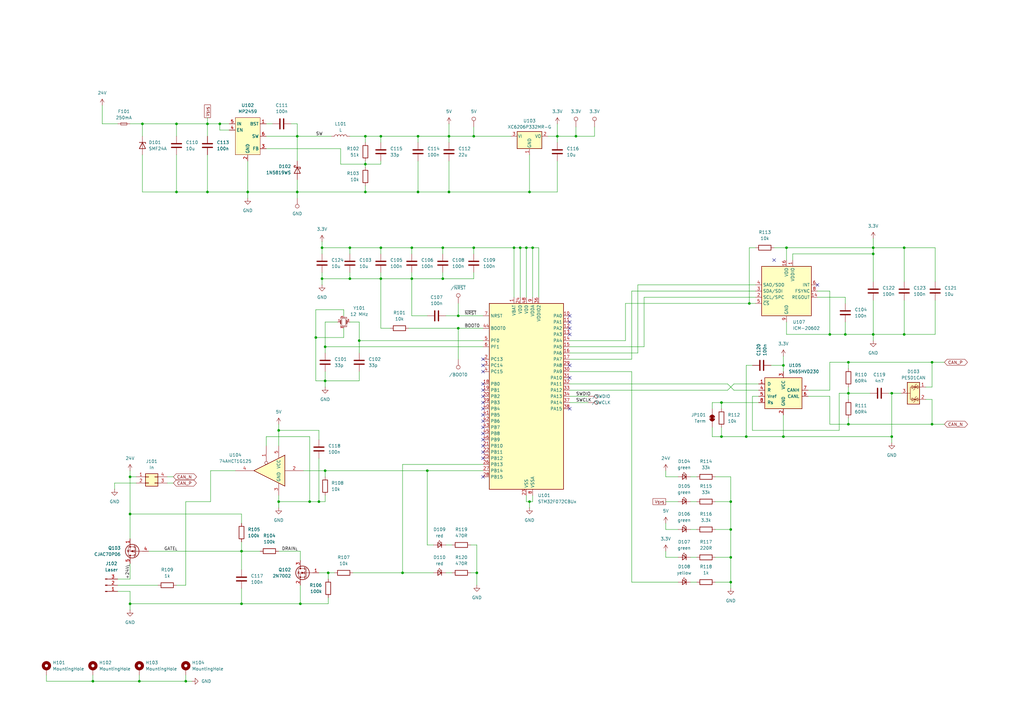
<source format=kicad_sch>
(kicad_sch (version 20250114) (generator "eeschema") (generator_version "9.0")
  (paper "A3")
  (title_block (title "CANbus Laser Toolhead PCB") (date "2025-11-26") (rev "rev. 1") (company "Eduard Iten"))
  (junction (at 187.96 129.54))
  (junction (at 306.07 179.07))
  (junction (at 358.14 101.6))
  (junction (at 171.45 55.88))
  (junction (at 127 205.74))
  (junction (at 149.86 78.74))
  (junction (at 121.92 78.74))
  (junction (at 90.17 50.8))
  (junction (at 168.91 101.6))
  (junction (at 217.17 205.74))
  (junction (at 53.34 247.65))
  (junction (at 340.36 137.16))
  (junction (at 99.06 247.65))
  (junction (at 133.35 142.24))
  (junction (at 123.19 247.65))
  (junction (at 215.9 101.6))
  (junction (at 365.76 179.07))
  (junction (at 133.35 193.04))
  (junction (at 236.22 55.88))
  (junction (at 147.32 139.7))
  (junction (at 76.2 279.4))
  (junction (at 72.39 50.8))
  (junction (at 347.98 173.99))
  (junction (at 132.08 114.3))
  (junction (at 133.35 156.21))
  (junction (at 130.81 205.74))
  (junction (at 121.92 55.88))
  (junction (at 321.31 179.07))
  (junction (at 156.21 114.3))
  (junction (at 85.09 50.8))
  (junction (at 382.27 148.59))
  (junction (at 299.72 228.6))
  (junction (at 217.17 78.74))
  (junction (at 358.14 104.14))
  (junction (at 53.34 195.58))
  (junction (at 171.45 78.74))
  (junction (at 99.06 226.06))
  (junction (at 307.34 124.46))
  (junction (at 114.3 205.74))
  (junction (at 181.61 114.3))
  (junction (at 370.84 137.16))
  (junction (at 175.26 193.04))
  (junction (at 149.86 55.88))
  (junction (at 194.31 55.88))
  (junction (at 143.51 114.3))
  (junction (at 322.58 101.6))
  (junction (at 181.61 101.6))
  (junction (at 347.98 161.29))
  (junction (at 370.84 101.6))
  (junction (at 295.91 179.07))
  (junction (at 358.14 137.16))
  (junction (at 156.21 55.88))
  (junction (at 218.44 101.6))
  (junction (at 58.42 50.8))
  (junction (at 132.08 101.6))
  (junction (at 101.6 78.74))
  (junction (at 134.62 234.95))
  (junction (at 346.71 137.16))
  (junction (at 321.31 149.86))
  (junction (at 165.1 234.95))
  (junction (at 72.39 78.74))
  (junction (at 382.27 173.99))
  (junction (at 295.91 165.1))
  (junction (at 53.34 210.82))
  (junction (at 195.58 234.95))
  (junction (at 213.36 101.6))
  (junction (at 156.21 101.6))
  (junction (at 38.1 279.4))
  (junction (at 228.6 55.88))
  (junction (at 143.51 101.6))
  (junction (at 365.76 161.29))
  (junction (at 299.72 217.17))
  (junction (at 210.82 101.6))
  (junction (at 347.98 148.59))
  (junction (at 114.3 176.53))
  (junction (at 149.86 67.31))
  (junction (at 194.31 101.6))
  (junction (at 299.72 238.76))
  (junction (at 184.15 55.88))
  (junction (at 85.09 78.74))
  (junction (at 57.15 279.4))
  (junction (at 129.54 138.43))
  (junction (at 187.96 134.62))
  (junction (at 299.72 205.74))
  (junction (at 168.91 114.3))
  (junction (at 184.15 78.74))
  (no_connect (at 233.68 167.64))
  (no_connect (at 198.12 165.1))
  (no_connect (at 198.12 195.58))
  (no_connect (at 233.68 154.94))
  (no_connect (at 198.12 162.56))
  (no_connect (at 198.12 157.48))
  (no_connect (at 233.68 137.16))
  (no_connect (at 198.12 172.72))
  (no_connect (at 233.68 129.54))
  (no_connect (at 198.12 152.4))
  (no_connect (at 317.5 106.68))
  (no_connect (at 233.68 134.62))
  (no_connect (at 198.12 187.96))
  (no_connect (at 198.12 175.26))
  (no_connect (at 198.12 185.42))
  (no_connect (at 233.68 149.86))
  (no_connect (at 335.28 116.84))
  (no_connect (at 198.12 160.02))
  (no_connect (at 198.12 147.32))
  (no_connect (at 198.12 149.86))
  (no_connect (at 233.68 132.08))
  (no_connect (at 198.12 182.88))
  (no_connect (at 198.12 177.8))
  (no_connect (at 198.12 180.34))
  (no_connect (at 198.12 167.64))
  (no_connect (at 198.12 170.18))
  (wire (pts (xy 293.37 205.74) (xy 299.72 205.74)))
  (wire (pts (xy 295.91 175.26) (xy 295.91 179.07)))
  (wire (pts (xy 57.15 279.4) (xy 38.1 279.4)))
  (wire (pts (xy 308.61 149.86) (xy 306.07 149.86)))
  (wire (pts (xy 299.72 228.6) (xy 299.72 238.76)))
  (wire (pts (xy 217.17 205.74) (xy 218.44 205.74)))
  (wire (pts (xy 283.21 228.6) (xy 285.75 228.6)))
  (wire (pts (xy 109.22 182.88) (xy 109.22 179.07)))
  (wire (pts (xy 340.36 119.38) (xy 340.36 137.16)))
  (wire (pts (xy 147.32 156.21) (xy 147.32 152.4)))
  (wire (pts (xy 215.9 121.92) (xy 215.9 101.6)))
  (wire (pts (xy 307.34 124.46) (xy 307.34 101.6)))
  (wire (pts (xy 233.68 147.32) (xy 259.08 147.32)))
  (wire (pts (xy 121.92 55.88) (xy 121.92 50.8)))
  (wire (pts (xy 149.86 78.74) (xy 171.45 78.74)))
  (wire (pts (xy 358.14 137.16) (xy 358.14 139.7)))
  (wire (pts (xy 121.92 55.88) (xy 135.89 55.88)))
  (wire (pts (xy 48.26 237.49) (xy 53.34 237.49)))
  (wire (pts (xy 168.91 111.76) (xy 168.91 114.3)))
  (wire (pts (xy 133.35 142.24) (xy 133.35 144.78)))
  (wire (pts (xy 283.21 205.74) (xy 285.75 205.74)))
  (wire (pts (xy 331.47 160.02) (xy 340.36 160.02)))
  (wire (pts (xy 58.42 55.88) (xy 58.42 50.8)))
  (wire (pts (xy 156.21 67.31) (xy 149.86 67.31)))
  (wire (pts (xy 85.09 63.5) (xy 85.09 78.74)))
  (wire (pts (xy 53.34 242.57) (xy 53.34 247.65)))
  (wire (pts (xy 194.31 52.07) (xy 194.31 55.88)))
  (wire (pts (xy 133.35 152.4) (xy 133.35 156.21)))
  (wire (pts (xy 292.1 167.64) (xy 292.1 165.1)))
  (wire (pts (xy 346.71 121.92) (xy 346.71 124.46)))
  (wire (pts (xy 365.76 179.07) (xy 365.76 181.61)))
  (wire (pts (xy 321.31 146.05) (xy 321.31 149.86)))
  (wire (pts (xy 114.3 182.88) (xy 114.3 176.53)))
  (wire (pts (xy 233.68 162.56) (xy 241.3 162.56)))
  (wire (pts (xy 358.14 97.79) (xy 358.14 101.6)))
  (wire (pts (xy 134.62 234.95) (xy 134.62 237.49)))
  (wire (pts (xy 72.39 55.88) (xy 72.39 50.8)))
  (wire (pts (xy 143.51 101.6) (xy 156.21 101.6)))
  (wire (pts (xy 127 179.07) (xy 127 205.74)))
  (wire (pts (xy 130.81 234.95) (xy 134.62 234.95)))
  (wire (pts (xy 171.45 55.88) (xy 171.45 58.42)))
  (wire (pts (xy 228.6 55.88) (xy 228.6 58.42)))
  (wire (pts (xy 347.98 148.59) (xy 382.27 148.59)))
  (wire (pts (xy 133.35 132.08) (xy 138.43 132.08)))
  (wire (pts (xy 171.45 78.74) (xy 184.15 78.74)))
  (wire (pts (xy 156.21 66.04) (xy 156.21 67.31)))
  (wire (pts (xy 228.6 50.8) (xy 228.6 55.88)))
  (wire (pts (xy 121.92 73.66) (xy 121.92 78.74)))
  (wire (pts (xy 114.3 173.99) (xy 114.3 176.53)))
  (wire (pts (xy 85.09 78.74) (xy 101.6 78.74)))
  (wire (pts (xy 143.51 114.3) (xy 132.08 114.3)))
  (wire (pts (xy 133.35 156.21) (xy 147.32 156.21)))
  (wire (pts (xy 295.91 165.1) (xy 311.15 165.1)))
  (wire (pts (xy 243.84 55.88) (xy 236.22 55.88)))
  (wire (pts (xy 156.21 101.6) (xy 168.91 101.6)))
  (wire (pts (xy 340.36 173.99) (xy 347.98 173.99)))
  (wire (pts (xy 299.72 195.58) (xy 299.72 205.74)))
  (wire (pts (xy 264.16 121.92) (xy 309.88 121.92)))
  (wire (pts (xy 364.49 161.29) (xy 365.76 161.29)))
  (wire (pts (xy 134.62 245.11) (xy 134.62 247.65)))
  (wire (pts (xy 217.17 63.5) (xy 217.17 78.74)))
  (wire (pts (xy 293.37 195.58) (xy 299.72 195.58)))
  (wire (pts (xy 140.97 138.43) (xy 129.54 138.43)))
  (wire (pts (xy 228.6 66.04) (xy 228.6 78.74)))
  (wire (pts (xy 109.22 50.8) (xy 111.76 50.8)))
  (wire (pts (xy 298.45 160.02) (xy 300.99 157.48)))
  (wire (pts (xy 93.98 53.34) (xy 90.17 53.34)))
  (wire (pts (xy 358.14 104.14) (xy 358.14 115.57)))
  (wire (pts (xy 48.26 50.8) (xy 41.91 50.8)))
  (wire (pts (xy 335.28 121.92) (xy 346.71 121.92)))
  (wire (pts (xy 55.88 195.58) (xy 53.34 195.58)))
  (wire (pts (xy 134.62 234.95) (xy 137.16 234.95)))
  (wire (pts (xy 46.99 198.12) (xy 55.88 198.12)))
  (wire (pts (xy 335.28 119.38) (xy 340.36 119.38)))
  (wire (pts (xy 72.39 78.74) (xy 85.09 78.74)))
  (wire (pts (xy 114.3 205.74) (xy 114.3 203.2)))
  (wire (pts (xy 340.36 148.59) (xy 347.98 148.59)))
  (wire (pts (xy 53.34 247.65) (xy 53.34 250.19)))
  (wire (pts (xy 233.68 139.7) (xy 256.54 139.7)))
  (wire (pts (xy 347.98 173.99) (xy 347.98 171.45)))
  (wire (pts (xy 383.54 123.19) (xy 383.54 137.16)))
  (wire (pts (xy 101.6 78.74) (xy 121.92 78.74)))
  (wire (pts (xy 317.5 101.6) (xy 322.58 101.6)))
  (wire (pts (xy 85.09 50.8) (xy 85.09 55.88)))
  (wire (pts (xy 140.97 134.62) (xy 140.97 138.43)))
  (wire (pts (xy 129.54 127) (xy 129.54 138.43)))
  (wire (pts (xy 187.96 134.62) (xy 187.96 147.32)))
  (wire (pts (xy 184.15 78.74) (xy 184.15 66.04)))
  (wire (pts (xy 160.02 134.62) (xy 156.21 134.62)))
  (wire (pts (xy 293.37 228.6) (xy 299.72 228.6)))
  (wire (pts (xy 99.06 226.06) (xy 106.68 226.06)))
  (wire (pts (xy 175.26 129.54) (xy 168.91 129.54)))
  (wire (pts (xy 132.08 99.06) (xy 132.08 101.6)))
  (wire (pts (xy 295.91 167.64) (xy 295.91 165.1)))
  (wire (pts (xy 346.71 137.16) (xy 358.14 137.16)))
  (wire (pts (xy 370.84 101.6) (xy 383.54 101.6)))
  (wire (pts (xy 347.98 161.29) (xy 347.98 163.83)))
  (wire (pts (xy 139.7 67.31) (xy 149.86 67.31)))
  (wire (pts (xy 195.58 234.95) (xy 195.58 240.03)))
  (wire (pts (xy 193.04 234.95) (xy 195.58 234.95)))
  (wire (pts (xy 340.36 160.02) (xy 340.36 148.59)))
  (wire (pts (xy 322.58 132.08) (xy 322.58 137.16)))
  (wire (pts (xy 99.06 226.06) (xy 99.06 233.68)))
  (wire (pts (xy 292.1 165.1) (xy 295.91 165.1)))
  (wire (pts (xy 195.58 223.52) (xy 195.58 234.95)))
  (wire (pts (xy 299.72 217.17) (xy 299.72 228.6)))
  (wire (pts (xy 114.3 205.74) (xy 114.3 208.28)))
  (wire (pts (xy 130.81 187.96) (xy 130.81 205.74)))
  (wire (pts (xy 321.31 149.86) (xy 321.31 152.4)))
  (wire (pts (xy 177.8 223.52) (xy 175.26 223.52)))
  (wire (pts (xy 130.81 205.74) (xy 127 205.74)))
  (wire (pts (xy 306.07 149.86) (xy 306.07 179.07)))
  (wire (pts (xy 144.78 234.95) (xy 165.1 234.95)))
  (wire (pts (xy 53.34 195.58) (xy 53.34 193.04)))
  (wire (pts (xy 298.45 157.48) (xy 300.99 160.02)))
  (wire (pts (xy 53.34 210.82) (xy 53.34 220.98)))
  (wire (pts (xy 184.15 55.88) (xy 194.31 55.88)))
  (wire (pts (xy 48.26 242.57) (xy 53.34 242.57)))
  (wire (pts (xy 114.3 226.06) (xy 123.19 226.06)))
  (wire (pts (xy 101.6 78.74) (xy 101.6 81.28)))
  (wire (pts (xy 307.34 101.6) (xy 309.88 101.6)))
  (wire (pts (xy 321.31 179.07) (xy 365.76 179.07)))
  (wire (pts (xy 99.06 214.63) (xy 99.06 210.82)))
  (wire (pts (xy 156.21 114.3) (xy 168.91 114.3)))
  (wire (pts (xy 133.35 193.04) (xy 124.46 193.04)))
  (wire (pts (xy 256.54 124.46) (xy 307.34 124.46)))
  (wire (pts (xy 133.35 205.74) (xy 130.81 205.74)))
  (wire (pts (xy 379.73 163.83) (xy 382.27 163.83)))
  (wire (pts (xy 86.36 193.04) (xy 96.52 193.04)))
  (wire (pts (xy 184.15 58.42) (xy 184.15 55.88)))
  (wire (pts (xy 383.54 115.57) (xy 383.54 101.6)))
  (wire (pts (xy 365.76 161.29) (xy 369.57 161.29)))
  (wire (pts (xy 184.15 50.8) (xy 184.15 55.88)))
  (wire (pts (xy 133.35 193.04) (xy 175.26 193.04)))
  (wire (pts (xy 168.91 129.54) (xy 168.91 114.3)))
  (wire (pts (xy 259.08 119.38) (xy 309.88 119.38)))
  (wire (pts (xy 382.27 158.75) (xy 382.27 148.59)))
  (wire (pts (xy 109.22 179.07) (xy 127 179.07)))
  (wire (pts (xy 85.09 50.8) (xy 90.17 50.8)))
  (wire (pts (xy 147.32 139.7) (xy 198.12 139.7)))
  (wire (pts (xy 156.21 134.62) (xy 156.21 114.3)))
  (wire (pts (xy 370.84 123.19) (xy 370.84 137.16)))
  (wire (pts (xy 340.36 137.16) (xy 346.71 137.16)))
  (wire (pts (xy 224.79 55.88) (xy 228.6 55.88)))
  (wire (pts (xy 127 205.74) (xy 114.3 205.74)))
  (wire (pts (xy 194.31 101.6) (xy 210.82 101.6)))
  (wire (pts (xy 109.22 60.96) (xy 139.7 60.96)))
  (wire (pts (xy 130.81 176.53) (xy 130.81 180.34)))
  (wire (pts (xy 149.86 55.88) (xy 149.86 58.42)))
  (wire (pts (xy 220.98 101.6) (xy 220.98 121.92)))
  (wire (pts (xy 358.14 137.16) (xy 370.84 137.16)))
  (wire (pts (xy 309.88 124.46) (xy 307.34 124.46)))
  (wire (pts (xy 187.96 124.46) (xy 187.96 129.54)))
  (wire (pts (xy 218.44 101.6) (xy 220.98 101.6)))
  (wire (pts (xy 133.35 156.21) (xy 133.35 158.75)))
  (wire (pts (xy 133.35 142.24) (xy 133.35 132.08)))
  (wire (pts (xy 347.98 161.29) (xy 347.98 158.75)))
  (wire (pts (xy 194.31 55.88) (xy 209.55 55.88)))
  (wire (pts (xy 217.17 78.74) (xy 184.15 78.74)))
  (wire (pts (xy 53.34 210.82) (xy 99.06 210.82)))
  (wire (pts (xy 340.36 162.56) (xy 340.36 173.99)))
  (wire (pts (xy 215.9 203.2) (xy 215.9 205.74)))
  (wire (pts (xy 278.13 217.17) (xy 273.05 217.17)))
  (wire (pts (xy 321.31 170.18) (xy 321.31 179.07)))
  (wire (pts (xy 143.51 111.76) (xy 143.51 114.3)))
  (wire (pts (xy 210.82 121.92) (xy 210.82 101.6)))
  (wire (pts (xy 68.58 195.58) (xy 71.12 195.58)))
  (wire (pts (xy 256.54 124.46) (xy 256.54 139.7)))
  (wire (pts (xy 147.32 132.08) (xy 147.32 139.7)))
  (wire (pts (xy 259.08 147.32) (xy 259.08 119.38)))
  (wire (pts (xy 171.45 55.88) (xy 184.15 55.88)))
  (wire (pts (xy 233.68 152.4) (xy 259.08 152.4)))
  (wire (pts (xy 121.92 50.8) (xy 119.38 50.8)))
  (wire (pts (xy 143.51 132.08) (xy 147.32 132.08)))
  (wire (pts (xy 264.16 121.92) (xy 264.16 142.24)))
  (wire (pts (xy 68.58 198.12) (xy 71.12 198.12)))
  (wire (pts (xy 233.68 157.48) (xy 298.45 157.48)))
  (wire (pts (xy 168.91 101.6) (xy 168.91 104.14)))
  (wire (pts (xy 322.58 137.16) (xy 340.36 137.16)))
  (wire (pts (xy 76.2 240.03) (xy 76.2 205.74)))
  (wire (pts (xy 156.21 55.88) (xy 156.21 58.42)))
  (wire (pts (xy 165.1 190.5) (xy 198.12 190.5)))
  (wire (pts (xy 99.06 241.3) (xy 99.06 247.65)))
  (wire (pts (xy 123.19 247.65) (xy 99.06 247.65)))
  (wire (pts (xy 187.96 129.54) (xy 198.12 129.54)))
  (wire (pts (xy 72.39 63.5) (xy 72.39 78.74)))
  (wire (pts (xy 149.86 66.04) (xy 149.86 67.31)))
  (wire (pts (xy 165.1 190.5) (xy 165.1 234.95)))
  (wire (pts (xy 133.35 203.2) (xy 133.35 205.74)))
  (wire (pts (xy 165.1 234.95) (xy 177.8 234.95)))
  (wire (pts (xy 175.26 193.04) (xy 198.12 193.04)))
  (wire (pts (xy 308.61 162.56) (xy 308.61 176.53)))
  (wire (pts (xy 300.99 157.48) (xy 311.15 157.48)))
  (wire (pts (xy 379.73 158.75) (xy 382.27 158.75)))
  (wire (pts (xy 182.88 223.52) (xy 185.42 223.52)))
  (wire (pts (xy 171.45 66.04) (xy 171.45 78.74)))
  (wire (pts (xy 181.61 101.6) (xy 194.31 101.6)))
  (wire (pts (xy 149.86 55.88) (xy 143.51 55.88)))
  (wire (pts (xy 243.84 52.07) (xy 243.84 55.88)))
  (wire (pts (xy 370.84 137.16) (xy 383.54 137.16)))
  (wire (pts (xy 181.61 101.6) (xy 181.61 104.14)))
  (wire (pts (xy 147.32 139.7) (xy 147.32 144.78)))
  (wire (pts (xy 194.31 101.6) (xy 194.31 104.14)))
  (wire (pts (xy 114.3 176.53) (xy 130.81 176.53)))
  (wire (pts (xy 78.74 279.4) (xy 76.2 279.4)))
  (wire (pts (xy 168.91 101.6) (xy 181.61 101.6)))
  (wire (pts (xy 273.05 228.6) (xy 273.05 226.06)))
  (wire (pts (xy 140.97 127) (xy 129.54 127)))
  (wire (pts (xy 228.6 78.74) (xy 217.17 78.74)))
  (wire (pts (xy 346.71 132.08) (xy 346.71 137.16)))
  (wire (pts (xy 382.27 173.99) (xy 387.35 173.99)))
  (wire (pts (xy 308.61 176.53) (xy 344.17 176.53)))
  (wire (pts (xy 236.22 55.88) (xy 228.6 55.88)))
  (wire (pts (xy 99.06 222.25) (xy 99.06 226.06)))
  (wire (pts (xy 300.99 160.02) (xy 311.15 160.02)))
  (wire (pts (xy 358.14 101.6) (xy 358.14 104.14)))
  (wire (pts (xy 143.51 104.14) (xy 143.51 101.6)))
  (wire (pts (xy 156.21 55.88) (xy 171.45 55.88)))
  (wire (pts (xy 283.21 217.17) (xy 285.75 217.17)))
  (wire (pts (xy 53.34 247.65) (xy 99.06 247.65)))
  (wire (pts (xy 215.9 205.74) (xy 217.17 205.74)))
  (wire (pts (xy 322.58 101.6) (xy 358.14 101.6)))
  (wire (pts (xy 101.6 66.04) (xy 101.6 78.74)))
  (wire (pts (xy 140.97 129.54) (xy 140.97 127)))
  (wire (pts (xy 218.44 101.6) (xy 218.44 121.92)))
  (wire (pts (xy 19.05 279.4) (xy 19.05 276.86)))
  (wire (pts (xy 76.2 205.74) (xy 86.36 205.74)))
  (wire (pts (xy 132.08 104.14) (xy 132.08 101.6)))
  (wire (pts (xy 76.2 240.03) (xy 72.39 240.03)))
  (wire (pts (xy 57.15 276.86) (xy 57.15 279.4)))
  (wire (pts (xy 132.08 111.76) (xy 132.08 114.3)))
  (wire (pts (xy 38.1 279.4) (xy 19.05 279.4)))
  (wire (pts (xy 60.96 226.06) (xy 99.06 226.06)))
  (wire (pts (xy 194.31 114.3) (xy 181.61 114.3)))
  (wire (pts (xy 168.91 114.3) (xy 181.61 114.3)))
  (wire (pts (xy 149.86 67.31) (xy 149.86 68.58)))
  (wire (pts (xy 299.72 238.76) (xy 293.37 238.76)))
  (wire (pts (xy 261.62 144.78) (xy 261.62 116.84)))
  (wire (pts (xy 182.88 129.54) (xy 187.96 129.54)))
  (wire (pts (xy 149.86 78.74) (xy 149.86 76.2)))
  (wire (pts (xy 53.34 231.14) (xy 53.34 237.49)))
  (wire (pts (xy 156.21 114.3) (xy 143.51 114.3)))
  (wire (pts (xy 123.19 226.06) (xy 123.19 229.87)))
  (wire (pts (xy 215.9 101.6) (xy 218.44 101.6)))
  (wire (pts (xy 283.21 195.58) (xy 285.75 195.58)))
  (wire (pts (xy 139.7 60.96) (xy 139.7 67.31)))
  (wire (pts (xy 233.68 144.78) (xy 261.62 144.78)))
  (wire (pts (xy 273.05 195.58) (xy 278.13 195.58)))
  (wire (pts (xy 129.54 156.21) (xy 133.35 156.21)))
  (wire (pts (xy 292.1 175.26) (xy 292.1 179.07)))
  (wire (pts (xy 90.17 53.34) (xy 90.17 50.8)))
  (wire (pts (xy 64.77 240.03) (xy 48.26 240.03)))
  (wire (pts (xy 236.22 52.07) (xy 236.22 55.88)))
  (wire (pts (xy 76.2 279.4) (xy 57.15 279.4)))
  (wire (pts (xy 38.1 276.86) (xy 38.1 279.4)))
  (wire (pts (xy 58.42 78.74) (xy 72.39 78.74)))
  (wire (pts (xy 134.62 247.65) (xy 123.19 247.65)))
  (wire (pts (xy 76.2 276.86) (xy 76.2 279.4)))
  (wire (pts (xy 273.05 217.17) (xy 273.05 214.63)))
  (wire (pts (xy 344.17 161.29) (xy 347.98 161.29)))
  (wire (pts (xy 182.88 234.95) (xy 185.42 234.95)))
  (wire (pts (xy 382.27 148.59) (xy 387.35 148.59)))
  (wire (pts (xy 41.91 43.18) (xy 41.91 50.8)))
  (wire (pts (xy 344.17 176.53) (xy 344.17 161.29)))
  (wire (pts (xy 53.34 195.58) (xy 53.34 210.82)))
  (wire (pts (xy 273.05 205.74) (xy 278.13 205.74)))
  (wire (pts (xy 193.04 223.52) (xy 195.58 223.52)))
  (wire (pts (xy 233.68 160.02) (xy 298.45 160.02)))
  (wire (pts (xy 90.17 50.8) (xy 93.98 50.8)))
  (wire (pts (xy 156.21 111.76) (xy 156.21 114.3)))
  (wire (pts (xy 273.05 193.04) (xy 273.05 195.58)))
  (wire (pts (xy 316.23 149.86) (xy 321.31 149.86)))
  (wire (pts (xy 293.37 217.17) (xy 299.72 217.17)))
  (wire (pts (xy 259.08 152.4) (xy 259.08 238.76)))
  (wire (pts (xy 233.68 165.1) (xy 241.3 165.1)))
  (wire (pts (xy 218.44 205.74) (xy 218.44 203.2)))
  (wire (pts (xy 261.62 116.84) (xy 309.88 116.84)))
  (wire (pts (xy 194.31 111.76) (xy 194.31 114.3)))
  (wire (pts (xy 149.86 55.88) (xy 156.21 55.88)))
  (wire (pts (xy 181.61 111.76) (xy 181.61 114.3)))
  (wire (pts (xy 58.42 50.8) (xy 72.39 50.8)))
  (wire (pts (xy 295.91 179.07) (xy 306.07 179.07)))
  (wire (pts (xy 46.99 200.66) (xy 46.99 198.12)))
  (wire (pts (xy 292.1 179.07) (xy 295.91 179.07)))
  (wire (pts (xy 331.47 162.56) (xy 340.36 162.56)))
  (wire (pts (xy 325.12 106.68) (xy 325.12 104.14)))
  (wire (pts (xy 53.34 50.8) (xy 58.42 50.8)))
  (wire (pts (xy 347.98 173.99) (xy 382.27 173.99)))
  (wire (pts (xy 129.54 138.43) (xy 129.54 156.21)))
  (wire (pts (xy 72.39 50.8) (xy 85.09 50.8)))
  (wire (pts (xy 233.68 142.24) (xy 264.16 142.24)))
  (wire (pts (xy 156.21 104.14) (xy 156.21 101.6)))
  (wire (pts (xy 306.07 179.07) (xy 321.31 179.07)))
  (wire (pts (xy 85.09 48.26) (xy 85.09 50.8)))
  (wire (pts (xy 347.98 148.59) (xy 347.98 151.13)))
  (wire (pts (xy 358.14 137.16) (xy 358.14 123.19)))
  (wire (pts (xy 121.92 78.74) (xy 149.86 78.74)))
  (wire (pts (xy 259.08 238.76) (xy 278.13 238.76)))
  (wire (pts (xy 123.19 240.03) (xy 123.19 247.65)))
  (wire (pts (xy 325.12 104.14) (xy 358.14 104.14)))
  (wire (pts (xy 121.92 66.04) (xy 121.92 55.88)))
  (wire (pts (xy 133.35 142.24) (xy 198.12 142.24)))
  (wire (pts (xy 347.98 161.29) (xy 356.87 161.29)))
  (wire (pts (xy 213.36 101.6) (xy 215.9 101.6)))
  (wire (pts (xy 365.76 161.29) (xy 365.76 179.07)))
  (wire (pts (xy 213.36 121.92) (xy 213.36 101.6)))
  (wire (pts (xy 299.72 238.76) (xy 299.72 241.3)))
  (wire (pts (xy 121.92 81.28) (xy 121.92 78.74)))
  (wire (pts (xy 358.14 101.6) (xy 370.84 101.6)))
  (wire (pts (xy 167.64 134.62) (xy 187.96 134.62)))
  (wire (pts (xy 299.72 205.74) (xy 299.72 217.17)))
  (wire (pts (xy 58.42 63.5) (xy 58.42 78.74)))
  (wire (pts (xy 210.82 101.6) (xy 213.36 101.6)))
  (wire (pts (xy 132.08 114.3) (xy 132.08 116.84)))
  (wire (pts (xy 175.26 193.04) (xy 175.26 223.52)))
  (wire (pts (xy 187.96 134.62) (xy 198.12 134.62)))
  (wire (pts (xy 86.36 193.04) (xy 86.36 205.74)))
  (wire (pts (xy 109.22 55.88) (xy 121.92 55.88)))
  (wire (pts (xy 133.35 195.58) (xy 133.35 193.04)))
  (wire (pts (xy 322.58 106.68) (xy 322.58 101.6)))
  (wire (pts (xy 217.17 205.74) (xy 217.17 208.28)))
  (wire (pts (xy 370.84 101.6) (xy 370.84 115.57)))
  (wire (pts (xy 132.08 101.6) (xy 143.51 101.6)))
  (wire (pts (xy 278.13 228.6) (xy 273.05 228.6)))
  (wire (pts (xy 283.21 238.76) (xy 285.75 238.76)))
  (wire (pts (xy 311.15 162.56) (xy 308.61 162.56)))
  (wire (pts (xy 382.27 163.83) (xy 382.27 173.99)))
  (label "SWDIO" (at 236.22 162.56 0))
  (label "SWCLK" (at 236.22 165.1 0))
  (label "SW" (at 129.54 55.88 0))
  (label "BOOT0" (at 190.5 134.62 0))
  (label "~{NRST}" (at 190.5 129.54 0))
  (label "GATE_{L}" (at 67.31 226.06 0))
  (label "DRAIN_{L}" (at 115.57 226.06 0))
  (label "+24V_{L}" (at 53.34 237.49 90))
  (global_label "V_{SYS}" (shape passive) (at 273.05 205.74 180) (property "Intersheetrefs" "${INTERSHEET_REFS}" (effects (hide yes))))
  (global_label "CAN_N" (shape bidirectional) (at 71.12 195.58 0) (property "Intersheetrefs" "${INTERSHEET_REFS}" (effects (hide yes))))
  (global_label "CAN_P" (shape bidirectional) (at 71.12 198.12 0) (property "Intersheetrefs" "${INTERSHEET_REFS}" (effects (hide yes))))
  (global_label "CAN_P" (shape bidirectional) (at 387.35 148.59 0) (property "Intersheetrefs" "${INTERSHEET_REFS}" (effects (hide yes))))
  (global_label "CAN_N" (shape bidirectional) (at 387.35 173.99 0) (property "Intersheetrefs" "${INTERSHEET_REFS}" (effects (hide yes))))
  (global_label "V_{SYS}" (shape passive) (at 85.09 48.26 90) (property "Intersheetrefs" "${INTERSHEET_REFS}" (effects (hide yes))))
  (symbol (lib_id "Device:LED_Small") (at 280.67 228.6 0) (mirror y) (unit 1)
    (property "Reference" "D107" (at 280.6065 222.25 0))
    (property "Value" "green" (at 280.6065 224.79 0))
    (property "Footprint" "LED_SMD:LED_0805_2012Metric" (effects (hide yes)))
    (property "Description" "Light emitting diode, small symbol" (effects (hide yes)))
    (property "Sim.Pin" "1=K 2=A" (effects (hide yes)))
    (property "Manufacturer Part #" "KT-0805G" (effects (hide yes)))
    (property "LCSC Part #" "C2297" (effects (hide yes)))
  )
  (symbol (lib_id "Device:C") (at 370.84 119.38 0) (unit 1)
    (property "Reference" "C123" (at 374.65 118.1099 0) (effects (justify left)))
    (property "Value" "100n" (at 374.65 120.6499 0) (effects (justify left)))
    (property "Footprint" "Capacitor_SMD:C_0402_1005Metric" (effects (hide yes)))
    (property "Description" "Unpolarized capacitor" (effects (hide yes)))
    (property "LCSC Part #" "C307331" (effects (hide yes)))
    (property "Manufacturer Part #" "CL05B104KB54PNC" (effects (hide yes)))
  )
  (symbol (lib_id "Device:C") (at 156.21 107.95 0) (unit 1)
    (property "Reference" "C105" (at 160.02 106.6799 0) (effects (justify left)))
    (property "Value" "100n" (at 160.02 109.2199 0) (effects (justify left)))
    (property "Footprint" "Capacitor_SMD:C_0402_1005Metric" (effects (hide yes)))
    (property "Description" "Unpolarized capacitor" (effects (hide yes)))
    (property "LCSC Part #" "C307331" (effects (hide yes)))
    (property "Manufacturer Part #" "CL05B104KB54PNC" (effects (hide yes)))
  )
  (symbol (lib_id "Device:C") (at 184.15 62.23 0) (mirror y) (unit 1)
    (property "Reference" "C112" (at 187.96 60.9599 0) (effects (justify right)))
    (property "Value" "22u" (at 187.96 63.4999 0) (effects (justify right)))
    (property "Footprint" "Capacitor_SMD:C_0805_2012Metric" (effects (hide yes)))
    (property "Description" "Unpolarized capacitor" (effects (hide yes)))
    (property "Manufacturer Part #" "CL21A226MAQNNNE" (effects (hide yes)))
    (property "LCSC Part #" "C45783" (effects (hide yes)))
  )
  (symbol (lib_id "Sensor_Motion:ICM-20602") (at 322.58 119.38 0) (unit 1)
    (property "Reference" "U107" (at 325.12 132.08 0) (effects (justify left)))
    (property "Value" "ICM-20602" (at 325.12 134.62 0) (effects (justify left)))
    (property "Footprint" "Package_LGA:LGA-16_3x3mm_P0.5mm_LayoutBorder3x5y" (effects (hide yes)))
    (property "Datasheet" "http://www.invensense.com/wp-content/uploads/2016/10/DS-000176-ICM-20602-v1.0.pdf" (effects (hide yes)))
    (property "Description" "High performance 6-Axis MEMS motion tracking, SPI/I2C interface, LGA-16" (effects (hide yes)))
  )
  (symbol (lib_id "Connector:TestPoint") (at 243.84 52.07 0) (unit 1) (in_bom no)
    (property "Reference" "TP108" (effects (hide yes)))
    (property "Value" "${NET_NAME(1)}" (at 243.84 45.72 0))
    (property "Footprint" "prj:NAMED_TEST_POINT" (effects (hide yes)))
    (property "Description" "test point" (effects (hide yes)))
  )
  (symbol (lib_id "Device:Crystal_GND24_Small") (at 140.97 132.08 0) (unit 1)
    (property "Reference" "Y101" (at 147.32 126.3582 0))
    (property "Value" "12 MHz" (at 147.32 128.8982 0))
    (property "Footprint" "Crystal:Crystal_SMD_3225-4Pin_3.2x2.5mm" (effects (hide yes)))
    (property "Description" "Four pin crystal, GND on pins 2 and 4, small symbol" (effects (hide yes)))
    (property "LCSC Part #" "C9002" (effects (hide yes)))
    (property "Manufacturer Part #" "X322512MSB4SI" (effects (hide yes)))
  )
  (symbol (lib_id "Connector:TestPoint") (at 241.3 165.1 270) (unit 1) (in_bom no)
    (property "Reference" "TP106" (effects (hide yes)))
    (property "Value" "${NET_NAME(1)}" (at 246.38 165.1 90) (effects (justify left)))
    (property "Footprint" "prj:NAMED_TEST_POINT" (effects (hide yes)))
    (property "Description" "test point" (effects (hide yes)))
  )
  (symbol (lib_id "power:GND") (at 53.34 250.19 0) (unit 1)
    (property "Reference" "#PWR0110" (effects (hide yes)))
    (property "Value" "GND" (at 53.34 255.27 0))
    (property "Description" "Power symbol creates a global label with name \"GND\" , ground" (effects (hide yes)))
  )
  (symbol (lib_id "power:GND") (at 78.74 279.4 90) (unit 1)
    (property "Reference" "#PWR0123" (effects (hide yes)))
    (property "Value" "GND" (at 82.55 279.3999 90) (effects (justify right)))
    (property "Description" "Power symbol creates a global label with name \"GND\" , ground" (effects (hide yes)))
  )
  (symbol (lib_id "Device:R") (at 149.86 62.23 0) (mirror y) (unit 1)
    (property "Reference" "R102" (at 147.32 60.9599 0) (effects (justify left)))
    (property "Value" "51k" (at 147.32 63.4999 0) (effects (justify left)))
    (property "Footprint" "Resistor_SMD:R_0402_1005Metric" (effects (hide yes)))
    (property "Description" "Resistor" (effects (hide yes)))
    (property "LCSC Part #" "C25794" (effects (hide yes)))
    (property "Manufacturer Part #" "0402WGF5102TCE" (effects (hide yes)))
  )
  (symbol (lib_id "power:GND") (at 195.58 240.03 0) (unit 1)
    (property "Reference" "#PWR0122" (effects (hide yes)))
    (property "Value" "GND" (at 195.58 245.11 0))
    (property "Description" "Power symbol creates a global label with name \"GND\" , ground" (effects (hide yes)))
  )
  (symbol (lib_id "Device:C") (at 132.08 107.95 0) (mirror y) (unit 1)
    (property "Reference" "C124" (at 135.89 106.6799 0) (effects (justify right)))
    (property "Value" "10u" (at 135.89 109.2199 0) (effects (justify right)))
    (property "Footprint" "Capacitor_SMD:C_0805_2012Metric" (effects (hide yes)))
    (property "Description" "Unpolarized capacitor" (effects (hide yes)))
    (property "Manufacturer Part #" "GRM21BR61H106KE43L" (effects (hide yes)))
    (property "LCSC Part #" "C440198" (effects (hide yes)))
  )
  (symbol (lib_id "Device:C") (at 171.45 62.23 0) (unit 1)
    (property "Reference" "C114" (at 175.26 60.9599 0) (effects (justify left)))
    (property "Value" "100n" (at 175.26 63.4999 0) (effects (justify left)))
    (property "Footprint" "Capacitor_SMD:C_0402_1005Metric" (effects (hide yes)))
    (property "Description" "Unpolarized capacitor" (effects (hide yes)))
    (property "LCSC Part #" "C307331" (effects (hide yes)))
    (property "Manufacturer Part #" "CL05B104KB54PNC" (effects (hide yes)))
  )
  (symbol (lib_id "Device:C") (at 194.31 107.95 0) (unit 1)
    (property "Reference" "C109" (at 198.12 106.6799 0) (effects (justify left)))
    (property "Value" "100n" (at 198.12 109.2199 0) (effects (justify left)))
    (property "Footprint" "Capacitor_SMD:C_0402_1005Metric" (effects (hide yes)))
    (property "Description" "Unpolarized capacitor" (effects (hide yes)))
    (property "LCSC Part #" "C307331" (effects (hide yes)))
    (property "Manufacturer Part #" "CL05B104KB54PNC" (effects (hide yes)))
  )
  (symbol (lib_id "Device:LED_Small") (at 180.34 234.95 0) (mirror y) (unit 1)
    (property "Reference" "D110" (at 180.2765 228.6 0))
    (property "Value" "red" (at 180.2765 231.14 0))
    (property "Footprint" "LED_SMD:LED_0603_1608Metric" (effects (hide yes)))
    (property "Description" "Light emitting diode, small symbol" (effects (hide yes)))
    (property "Sim.Pin" "1=K 2=A" (effects (hide yes)))
    (property "Manufacturer Part #" "KT-0603R" (effects (hide yes)))
    (property "LCSC Part #" "C2286" (effects (hide yes)))
  )
  (symbol (lib_id "Device:C") (at 358.14 119.38 0) (unit 1)
    (property "Reference" "C122" (at 361.95 118.1099 0) (effects (justify left)))
    (property "Value" "100n" (at 361.95 120.6499 0) (effects (justify left)))
    (property "Footprint" "Capacitor_SMD:C_0402_1005Metric" (effects (hide yes)))
    (property "Description" "Unpolarized capacitor" (effects (hide yes)))
    (property "LCSC Part #" "C307331" (effects (hide yes)))
    (property "Manufacturer Part #" "CL05B104KB54PNC" (effects (hide yes)))
  )
  (symbol (lib_id "Device:R") (at 289.56 195.58 90) (unit 1)
    (property "Reference" "R114" (at 289.56 189.23 90))
    (property "Value" "33k" (at 289.56 191.77 90))
    (property "Footprint" "Resistor_SMD:R_0402_1005Metric" (effects (hide yes)))
    (property "Description" "Resistor" (effects (hide yes)))
    (property "Manufacturer Part #" "0402WGF3302TCE" (effects (hide yes)))
    (property "LCSC Part #" "C25779" (effects (hide yes)))
  )
  (symbol (lib_id "Device:R") (at 133.35 199.39 180) (unit 1)
    (property "Reference" "R108" (at 135.89 198.1199 0) (effects (justify right)))
    (property "Value" "10k" (at 135.89 200.6599 0) (effects (justify right)))
    (property "Footprint" "Resistor_SMD:R_0402_1005Metric" (effects (hide yes)))
    (property "Description" "Resistor" (effects (hide yes)))
    (property "LCSC Part #" "C25744" (effects (hide yes)))
    (property "Manufacturer Part #" "0402WGF1002TCE" (effects (hide yes)))
  )
  (symbol (lib_id "Device:R") (at 189.23 223.52 90) (unit 1)
    (property "Reference" "R119" (at 189.23 217.17 90))
    (property "Value" "470R" (at 189.23 219.71 90))
    (property "Footprint" "Resistor_SMD:R_0402_1005Metric" (effects (hide yes)))
    (property "Description" "Resistor" (effects (hide yes)))
    (property "Manufacturer Part #" "0402WGF4700TCE" (effects (hide yes)))
    (property "LCSC Part #" "C25117" (effects (hide yes)))
  )
  (symbol (lib_id "Mechanical:MountingHole_Pad") (at 76.2 274.32 0) (unit 1) (in_bom no)
    (property "Reference" "H104" (at 78.74 271.7799 0) (effects (justify left)))
    (property "Value" "MountingHole" (at 78.74 274.3199 0) (effects (justify left)))
    (property "Footprint" "MountingHole:MountingHole_2.7mm_Pad_Via" (effects (hide yes)))
    (property "Description" "Mounting Hole with connection" (effects (hide yes)))
  )
  (symbol (lib_id "MCU_ST_STM32F0:STM32F072CBUx") (at 215.9 162.56 0) (unit 1)
    (property "Reference" "U101" (at 220.5833 203.2 0) (effects (justify left)))
    (property "Value" "STM32F072CBUx" (at 220.5833 205.74 0) (effects (justify left)))
    (property "Footprint" "Package_DFN_QFN:QFN-48-1EP_7x7mm_P0.5mm_EP5.6x5.6mm" (effects (hide yes)))
    (property "Datasheet" "https://www.st.com/resource/en/datasheet/stm32f072cb.pdf" (effects (hide yes)))
    (property "Description" "STMicroelectronics Arm Cortex-M0 MCU, 128KB flash, 16KB RAM, 48 MHz, 2.0-3.6V, 37 GPIO, UFQFPN48" (effects (hide yes)))
    (property "LCSC Part #" "C92504" (effects (hide yes)))
    (property "Manufacturer Part #" "STM32F072CBU6" (effects (hide yes)))
    (property "FT Rotation Offset" "180" (effects (hide yes)))
  )
  (symbol (lib_id "Device:C") (at 179.07 129.54 90) (unit 1)
    (property "Reference" "C107" (at 179.07 121.92 90))
    (property "Value" "100n" (at 179.07 124.46 90))
    (property "Footprint" "Capacitor_SMD:C_0402_1005Metric" (effects (hide yes)))
    (property "Description" "Unpolarized capacitor" (effects (hide yes)))
    (property "LCSC Part #" "C307331" (effects (hide yes)))
    (property "Manufacturer Part #" "CL05B104KB54PNC" (effects (hide yes)))
  )
  (symbol (lib_id "Device:C") (at 115.57 50.8 90) (unit 1)
    (property "Reference" "C111" (at 115.57 43.18 90))
    (property "Value" "100n" (at 115.57 45.72 90))
    (property "Footprint" "Capacitor_SMD:C_0402_1005Metric" (effects (hide yes)))
    (property "Description" "Unpolarized capacitor" (effects (hide yes)))
    (property "LCSC Part #" "C307331" (effects (hide yes)))
    (property "Manufacturer Part #" "CL05B104KB54PNC" (effects (hide yes)))
  )
  (symbol (lib_id "Device:R") (at 110.49 226.06 90) (unit 1)
    (property "Reference" "R104" (at 110.49 219.71 90))
    (property "Value" "100k" (at 110.49 222.25 90))
    (property "Footprint" "Resistor_SMD:R_0402_1005Metric" (effects (hide yes)))
    (property "Description" "Resistor" (effects (hide yes)))
    (property "LCSC Part #" "C25741" (effects (hide yes)))
    (property "Manufacturer Part #" "0402WGF1003TCE" (effects (hide yes)))
  )
  (symbol (lib_id "Device:R") (at 99.06 218.44 180) (unit 1)
    (property "Reference" "R105" (at 101.6 217.1699 0) (effects (justify right)))
    (property "Value" "100k" (at 101.6 219.7099 0) (effects (justify right)))
    (property "Footprint" "Resistor_SMD:R_0402_1005Metric" (effects (hide yes)))
    (property "Description" "Resistor" (effects (hide yes)))
    (property "LCSC Part #" "C25741" (effects (hide yes)))
    (property "Manufacturer Part #" "0402WGF1003TCE" (effects (hide yes)))
  )
  (symbol (lib_id "power:GND") (at 358.14 139.7 0) (unit 1)
    (property "Reference" "#PWR0117" (effects (hide yes)))
    (property "Value" "GND" (at 358.14 144.78 0))
    (property "Description" "Power symbol creates a global label with name \"GND\" , ground" (effects (hide yes)))
  )
  (symbol (lib_id "Device:Fuse_Small") (at 50.8 50.8 0) (unit 1)
    (property "Reference" "F101" (at 50.8 45.72 0))
    (property "Value" "250mA" (at 50.8 48.26 0))
    (property "Footprint" "Fuse:Fuse_0805_2012Metric" (effects (hide yes)))
    (property "Description" "Fuse, small symbol" (effects (hide yes)))
    (property "Manufacturer Part #" "LUTE 0805L025/36XR" (effects (hide yes)))
    (property "LCSC Part #" "C20608679" (effects (hide yes)))
  )
  (symbol (lib_id "power:+3.3V") (at 132.08 99.06 0) (unit 1)
    (property "Reference" "#PWR0102" (effects (hide yes)))
    (property "Value" "3.3V" (at 132.08 93.98 0))
    (property "Description" "Power symbol creates a global label with name \"+3.3V\"" (effects (hide yes)))
  )
  (symbol (lib_id "Connector_Generic:Conn_02x02_Counter_Clockwise") (at 60.96 195.58 0) (unit 1)
    (property "Reference" "J101" (at 62.23 189.23 0))
    (property "Value" "In" (at 62.23 191.77 0))
    (property "Footprint" "Connector_Molex:Molex_Micro-Fit_3.0_43045-0412_2x02_P3.00mm_Vertical" (effects (hide yes)))
    (property "Description" "Generic connector, double row, 02x02, counter clockwise pin numbering scheme (similar to DIP package numbering), script generated (kicad-library-utils/schlib/autogen/connector/)" (effects (hide yes)))
    (property "Manufacturer Part #" "M3025V-2x2P" (effects (hide yes)))
    (property "LCSC Part #" "C492540" (effects (hide yes)))
    (property "FT Rotation Offset" "180" (effects (hide yes)))
  )
  (symbol (lib_id "Connector:TestPoint") (at 241.3 162.56 270) (unit 1) (in_bom no)
    (property "Reference" "TP105" (effects (hide yes)))
    (property "Value" "${NET_NAME(1)}" (at 246.38 162.56 90) (effects (justify left)))
    (property "Footprint" "prj:NAMED_TEST_POINT" (effects (hide yes)))
    (property "Description" "test point" (effects (hide yes)))
  )
  (symbol (lib_id "Device:R") (at 149.86 72.39 0) (mirror y) (unit 1)
    (property "Reference" "R103" (at 147.32 71.1199 0) (effects (justify left)))
    (property "Value" "10k" (at 147.32 73.6599 0) (effects (justify left)))
    (property "Footprint" "Resistor_SMD:R_0402_1005Metric" (effects (hide yes)))
    (property "Description" "Resistor" (effects (hide yes)))
    (property "Manufacturer Part #" "0402WGF1002TCE" (effects (hide yes)))
    (property "LCSC Part #" "C25744" (effects (hide yes)))
  )
  (symbol (lib_id "power:+3.3V") (at 321.31 146.05 0) (unit 1)
    (property "Reference" "#PWR0115" (effects (hide yes)))
    (property "Value" "3.3V" (at 321.31 140.97 0))
    (property "Description" "Power symbol creates a global label with name \"+3.3V\"" (effects (hide yes)))
  )
  (symbol (lib_id "Device:D_Schottky") (at 121.92 69.85 90) (mirror x) (unit 1)
    (property "Reference" "D102" (at 119.38 68.2624 90) (effects (justify left)))
    (property "Value" "1N5819WS" (at 119.38 70.8024 90) (effects (justify left)))
    (property "Footprint" "Diode_SMD:D_SOD-323" (effects (hide yes)))
    (property "Description" "Schottky diode" (effects (hide yes)))
    (property "Manufacturer Part #" "1N5819WS" (effects (hide yes)))
    (property "LCSC Part #" "C191023" (effects (hide yes)))
  )
  (symbol (lib_id "Device:R") (at 313.69 101.6 90) (unit 1)
    (property "Reference" "R113" (at 313.69 95.25 90))
    (property "Value" "10k" (at 313.69 97.79 90))
    (property "Footprint" "Resistor_SMD:R_0402_1005Metric" (effects (hide yes)))
    (property "Description" "Resistor" (effects (hide yes)))
    (property "LCSC Part #" "C25744" (effects (hide yes)))
    (property "Manufacturer Part #" "0402WGF1002TCE" (effects (hide yes)))
  )
  (symbol (lib_id "Device:C") (at 147.32 148.59 0) (unit 1)
    (property "Reference" "C102" (at 151.13 147.3199 0) (effects (justify left)))
    (property "Value" "33p" (at 151.13 149.8599 0) (effects (justify left)))
    (property "Footprint" "Capacitor_SMD:C_0402_1005Metric" (effects (hide yes)))
    (property "Description" "Unpolarized capacitor" (effects (hide yes)))
    (property "LCSC Part #" "C1562" (effects (hide yes)))
    (property "Manufacturer Part #" "0402CG330J500NT" (effects (hide yes)))
  )
  (symbol (lib_id "power:+5V") (at 114.3 173.99 0) (unit 1)
    (property "Reference" "#PWR0112" (effects (hide yes)))
    (property "Value" "5V" (at 114.3 168.91 0))
    (property "Description" "Power symbol creates a global label with name \"+5V\"" (effects (hide yes)))
  )
  (symbol (lib_id "Device:R") (at 347.98 154.94 0) (unit 1)
    (property "Reference" "R110" (at 350.52 153.6699 0) (effects (justify left)))
    (property "Value" "60R4" (at 350.52 156.2099 0) (effects (justify left)))
    (property "Footprint" "Resistor_SMD:R_0402_1005Metric" (effects (hide yes)))
    (property "Description" "Resistor" (effects (hide yes)))
    (property "Manufacturer Part #" "0402WGF604JTCE" (effects (hide yes)))
    (property "LCSC Part #" "C60310" (effects (hide yes)))
  )
  (symbol (lib_id "power:GND") (at 299.72 241.3 0) (unit 1)
    (property "Reference" "#PWR0121" (effects (hide yes)))
    (property "Value" "GND" (at 299.72 246.38 0))
    (property "Description" "Power symbol creates a global label with name \"GND\" , ground" (effects (hide yes)))
  )
  (symbol (lib_id "Device:C") (at 156.21 62.23 0) (unit 1)
    (property "Reference" "C115" (at 160.02 60.9599 0) (effects (justify left)))
    (property "Value" "33p" (at 160.02 63.4999 0) (effects (justify left)))
    (property "Footprint" "Capacitor_SMD:C_0402_1005Metric" (effects (hide yes)))
    (property "Description" "Unpolarized capacitor" (effects (hide yes)))
    (property "Manufacturer Part #" "0402CG330J500NT" (effects (hide yes)))
    (property "LCSC Part #" "C1562" (effects (hide yes)))
  )
  (symbol (lib_id "Device:R") (at 347.98 167.64 0) (unit 1)
    (property "Reference" "R111" (at 350.52 166.3699 0) (effects (justify left)))
    (property "Value" "60R4" (at 350.52 168.9099 0) (effects (justify left)))
    (property "Footprint" "Resistor_SMD:R_0402_1005Metric" (effects (hide yes)))
    (property "Description" "Resistor" (effects (hide yes)))
    (property "Manufacturer Part #" "0402WGF604JTCE" (effects (hide yes)))
    (property "LCSC Part #" "C60310" (effects (hide yes)))
  )
  (symbol (lib_id "power:+24V") (at 53.34 193.04 0) (unit 1)
    (property "Reference" "#PWR0108" (effects (hide yes)))
    (property "Value" "24V" (at 53.34 187.96 0))
    (property "Description" "Power symbol creates a global label with name \"+24V\"" (effects (hide yes)))
  )
  (symbol (lib_id "Device:C") (at 346.71 128.27 0) (unit 1)
    (property "Reference" "C104" (at 350.52 126.9999 0) (effects (justify left)))
    (property "Value" "100n" (at 350.52 129.5399 0) (effects (justify left)))
    (property "Footprint" "Capacitor_SMD:C_0402_1005Metric" (effects (hide yes)))
    (property "Description" "Unpolarized capacitor" (effects (hide yes)))
    (property "LCSC Part #" "C307331" (effects (hide yes)))
    (property "Manufacturer Part #" "CL05B104KB54PNC" (effects (hide yes)))
  )
  (symbol (lib_id "Device:LED_Small") (at 280.67 238.76 0) (mirror y) (unit 1)
    (property "Reference" "D108" (at 280.6065 232.41 0))
    (property "Value" "yellow" (at 280.6065 234.95 0))
    (property "Footprint" "LED_SMD:LED_0805_2012Metric" (effects (hide yes)))
    (property "Description" "Light emitting diode, small symbol" (effects (hide yes)))
    (property "Sim.Pin" "1=K 2=A" (effects (hide yes)))
    (property "Manufacturer Part #" "KT-0805Y" (effects (hide yes)))
    (property "LCSC Part #" "C2296" (effects (hide yes)))
  )
  (symbol (lib_id "Device:C") (at 168.91 107.95 0) (unit 1)
    (property "Reference" "C106" (at 172.72 106.6799 0) (effects (justify left)))
    (property "Value" "100n" (at 172.72 109.2199 0) (effects (justify left)))
    (property "Footprint" "Capacitor_SMD:C_0402_1005Metric" (effects (hide yes)))
    (property "Description" "Unpolarized capacitor" (effects (hide yes)))
    (property "LCSC Part #" "C307331" (effects (hide yes)))
    (property "Manufacturer Part #" "CL05B104KB54PNC" (effects (hide yes)))
  )
  (symbol (lib_id "Device:LED_Small") (at 280.67 205.74 0) (mirror y) (unit 1)
    (property "Reference" "D105" (at 280.6065 199.39 0))
    (property "Value" "green" (at 280.6065 201.93 0))
    (property "Footprint" "LED_SMD:LED_0805_2012Metric" (effects (hide yes)))
    (property "Description" "Light emitting diode, small symbol" (effects (hide yes)))
    (property "Sim.Pin" "1=K 2=A" (effects (hide yes)))
    (property "Manufacturer Part #" "KT-0805G" (effects (hide yes)))
    (property "LCSC Part #" "C2297" (effects (hide yes)))
  )
  (symbol (lib_id "Device:R") (at 289.56 217.17 90) (unit 1)
    (property "Reference" "R116" (at 289.56 210.82 90))
    (property "Value" "3.3k" (at 289.56 213.36 90))
    (property "Footprint" "Resistor_SMD:R_0402_1005Metric" (effects (hide yes)))
    (property "Description" "Resistor" (effects (hide yes)))
    (property "Manufacturer Part #" "0402WGF3301TCE" (effects (hide yes)))
    (property "LCSC Part #" "C25890" (effects (hide yes)))
  )
  (symbol (lib_id "Connector:TestPoint") (at 187.96 147.32 180) (unit 1) (in_bom no)
    (property "Reference" "TP107" (effects (hide yes)))
    (property "Value" "${NET_NAME(1)}" (at 187.96 153.67 0))
    (property "Footprint" "prj:NAMED_TEST_POINT" (effects (hide yes)))
    (property "Description" "test point" (effects (hide yes)))
  )
  (symbol (lib_id "Connector:TestPoint") (at 187.96 124.46 0) (unit 1) (in_bom no)
    (property "Reference" "TP104" (effects (hide yes)))
    (property "Value" "${NET_NAME(1)}" (at 187.96 118.11 0))
    (property "Footprint" "prj:NAMED_TEST_POINT" (effects (hide yes)))
    (property "Description" "test point" (effects (hide yes)))
  )
  (symbol (lib_id "Device:C") (at 143.51 107.95 0) (mirror y) (unit 1)
    (property "Reference" "C103" (at 147.32 106.6799 0) (effects (justify right)))
    (property "Value" "10u" (at 147.32 109.2199 0) (effects (justify right)))
    (property "Footprint" "Capacitor_SMD:C_0805_2012Metric" (effects (hide yes)))
    (property "Description" "Unpolarized capacitor" (effects (hide yes)))
    (property "Manufacturer Part #" "GRM21BR61H106KE43L" (effects (hide yes)))
    (property "LCSC Part #" "C440198" (effects (hide yes)))
  )
  (symbol (lib_id "Device:C") (at 99.06 237.49 0) (unit 1)
    (property "Reference" "C117" (at 102.87 236.2199 0) (effects (justify left)))
    (property "Value" "100n" (at 102.87 238.7599 0) (effects (justify left)))
    (property "Footprint" "Capacitor_SMD:C_0402_1005Metric" (effects (hide yes)))
    (property "Description" "Unpolarized capacitor" (effects (hide yes)))
    (property "LCSC Part #" "C307331" (effects (hide yes)))
    (property "Manufacturer Part #" "CL05B104KB54PNC" (effects (hide yes)))
  )
  (symbol (lib_id "power:GND") (at 217.17 208.28 0) (unit 1)
    (property "Reference" "#PWR0104" (effects (hide yes)))
    (property "Value" "GND" (at 217.17 213.36 0))
    (property "Description" "Power symbol creates a global label with name \"GND\" , ground" (effects (hide yes)))
  )
  (symbol (lib_id "Mechanical:MountingHole_Pad") (at 38.1 274.32 0) (unit 1) (in_bom no)
    (property "Reference" "H102" (at 40.64 271.7799 0) (effects (justify left)))
    (property "Value" "MountingHole" (at 40.64 274.3199 0) (effects (justify left)))
    (property "Footprint" "MountingHole:MountingHole_2.7mm_Pad_Via" (effects (hide yes)))
    (property "Description" "Mounting Hole with connection" (effects (hide yes)))
  )
  (symbol (lib_id "power:+24V") (at 41.91 43.18 0) (unit 1)
    (property "Reference" "#PWR0113" (effects (hide yes)))
    (property "Value" "24V" (at 41.91 38.1 0))
    (property "Description" "Power symbol creates a global label with name \"+24V\"" (effects (hide yes)))
  )
  (symbol (lib_id "Device:LED_Small") (at 280.67 217.17 0) (mirror y) (unit 1)
    (property "Reference" "D106" (at 280.6065 210.82 0))
    (property "Value" "green" (at 280.6065 213.36 0))
    (property "Footprint" "LED_SMD:LED_0805_2012Metric" (effects (hide yes)))
    (property "Description" "Light emitting diode, small symbol" (effects (hide yes)))
    (property "Sim.Pin" "1=K 2=A" (effects (hide yes)))
    (property "Manufacturer Part #" "KT-0805G" (effects (hide yes)))
    (property "LCSC Part #" "C2297" (effects (hide yes)))
  )
  (symbol (lib_id "power:+3.3V") (at 228.6 50.8 0) (unit 1)
    (property "Reference" "#PWR0107" (effects (hide yes)))
    (property "Value" "3.3V" (at 228.6 45.72 0))
    (property "Description" "Power symbol creates a global label with name \"+3.3V\"" (effects (hide yes)))
  )
  (symbol (lib_id "Interface_CAN_LIN:SN65HVD230") (at 321.31 160.02 0) (unit 1)
    (property "Reference" "U105" (at 323.4533 149.86 0) (effects (justify left)))
    (property "Value" "SN65HVD230" (at 323.4533 152.4 0) (effects (justify left)))
    (property "Footprint" "Package_SO:SOIC-8_3.9x4.9mm_P1.27mm" (effects (hide yes)))
    (property "Datasheet" "http://www.ti.com/lit/ds/symlink/sn65hvd230.pdf" (effects (hide yes)))
    (property "Description" "CAN Bus Transceivers, 3.3V, 1Mbps, Low-Power capabilities, SOIC-8" (effects (hide yes)))
    (property "LCSC Part #" "C12084" (effects (hide yes)))
    (property "Manufacturer Part #" "SN65HVD230DR" (effects (hide yes)))
  )
  (symbol (lib_id "Transistor_FET:2N7002H") (at 125.73 234.95 0) (mirror y) (unit 1)
    (property "Reference" "Q102" (at 119.38 233.6799 0) (effects (justify left)))
    (property "Value" "2N7002" (at 119.38 236.2199 0) (effects (justify left)))
    (property "Footprint" "Package_TO_SOT_SMD:SOT-23" (effects (hide yes)))
    (property "Datasheet" "http://www.diodes.com/assets/Datasheets/2N7002H.pdf" (effects (hide yes)))
    (property "Description" "0.21A Id, 60V Vds, N-Channel MOSFET, SOT-23" (effects (hide yes)))
    (property "LCSC Part #" "C8545" (effects (hide yes)))
    (property "Manufacturer Part #" "2N7002" (effects (hide yes)))
  )
  (symbol (lib_id "Device:R") (at 289.56 205.74 90) (unit 1)
    (property "Reference" "R115" (at 289.56 199.39 90))
    (property "Value" "33k" (at 289.56 201.93 90))
    (property "Footprint" "Resistor_SMD:R_0402_1005Metric" (effects (hide yes)))
    (property "Description" "Resistor" (effects (hide yes)))
    (property "Manufacturer Part #" "0402WGF3302TCE" (effects (hide yes)))
    (property "LCSC Part #" "C25779" (effects (hide yes)))
  )
  (symbol (lib_id "Device:R") (at 189.23 234.95 90) (unit 1)
    (property "Reference" "R120" (at 189.23 228.6 90))
    (property "Value" "470R" (at 189.23 231.14 90))
    (property "Footprint" "Resistor_SMD:R_0402_1005Metric" (effects (hide yes)))
    (property "Description" "Resistor" (effects (hide yes)))
    (property "Manufacturer Part #" "0402WGF4700TCE" (effects (hide yes)))
    (property "LCSC Part #" "C25117" (effects (hide yes)))
  )
  (symbol (lib_id "Device:C") (at 181.61 107.95 0) (unit 1)
    (property "Reference" "C108" (at 185.42 106.6799 0) (effects (justify left)))
    (property "Value" "100n" (at 185.42 109.2199 0) (effects (justify left)))
    (property "Footprint" "Capacitor_SMD:C_0402_1005Metric" (effects (hide yes)))
    (property "Description" "Unpolarized capacitor" (effects (hide yes)))
    (property "LCSC Part #" "C307331" (effects (hide yes)))
    (property "Manufacturer Part #" "CL05B104KB54PNC" (effects (hide yes)))
  )
  (symbol (lib_id "power:+3.3V") (at 273.05 226.06 0) (unit 1)
    (property "Reference" "#PWR0120" (effects (hide yes)))
    (property "Value" "3.3V" (at 273.05 220.98 0))
    (property "Description" "Power symbol creates a global label with name \"+3.3V\"" (effects (hide yes)))
  )
  (symbol (lib_id "power:+24V") (at 273.05 193.04 0) (unit 1)
    (property "Reference" "#PWR0118" (effects (hide yes)))
    (property "Value" "24V" (at 273.05 187.96 0))
    (property "Description" "Power symbol creates a global label with name \"+24V\"" (effects (hide yes)))
  )
  (symbol (lib_id "Device:D_Zener") (at 58.42 59.69 270) (unit 1)
    (property "Reference" "D101" (at 60.96 58.4199 90) (effects (justify left)))
    (property "Value" "SMF24A" (at 60.96 60.9599 90) (effects (justify left)))
    (property "Footprint" "Diode_SMD:D_SOD-123F" (effects (hide yes)))
    (property "Description" "Zener diode" (effects (hide yes)))
    (property "Manufacturer Part #" "SMF24A" (effects (hide yes)))
    (property "LCSC Part #" "C19077514" (effects (hide yes)))
  )
  (symbol (lib_id "Regulator_Linear:XC6206PxxxMR") (at 217.17 55.88 0) (unit 1)
    (property "Reference" "U103" (at 217.17 49.53 0))
    (property "Value" "XC6206P332MR-G" (at 217.17 52.07 0))
    (property "Footprint" "Package_TO_SOT_SMD:SOT-23-3" (effects (hide yes)))
    (property "Datasheet" "https://www.torexsemi.com/file/xc6206/XC6206.pdf" (effects (hide yes)))
    (property "Description" "Positive 60-250mA Low Dropout Regulator, Fixed Output, SOT-23" (effects (hide yes)))
    (property "LCSC Part #" "C5446" (effects (hide yes)))
    (property "Manufacturer Part #" "XC6206P332MR-G" (effects (hide yes)))
  )
  (symbol (lib_id "Device:C") (at 383.54 119.38 0) (unit 1)
    (property "Reference" "C121" (at 387.35 118.1099 0) (effects (justify left)))
    (property "Value" "10u" (at 387.35 120.6499 0) (effects (justify left)))
    (property "Footprint" "Capacitor_SMD:C_0805_2012Metric" (effects (hide yes)))
    (property "Description" "Unpolarized capacitor" (effects (hide yes)))
    (property "Manufacturer Part #" "GRM21BR61H106KE43L" (effects (hide yes)))
    (property "LCSC Part #" "C440198" (effects (hide yes)))
  )
  (symbol (lib_id "Device:R") (at 68.58 240.03 90) (unit 1)
    (property "Reference" "R109" (at 68.58 233.68 90))
    (property "Value" "1k" (at 68.58 236.22 90))
    (property "Footprint" "Resistor_SMD:R_0402_1005Metric" (effects (hide yes)))
    (property "Description" "Resistor" (effects (hide yes)))
    (property "LCSC Part #" "C11702" (effects (hide yes)))
    (property "Manufacturer Part #" "0402WGF1001TCE" (effects (hide yes)))
  )
  (symbol (lib_id "Connector:TestPoint") (at 194.31 52.07 0) (unit 1) (in_bom no)
    (property "Reference" "TP101" (effects (hide yes)))
    (property "Value" "${NET_NAME(1)}" (at 194.31 45.72 0))
    (property "Footprint" "prj:NAMED_TEST_POINT" (effects (hide yes)))
    (property "Description" "test point" (effects (hide yes)))
  )
  (symbol (lib_id "Transistor_FET:AON6411") (at 55.88 226.06 180) (unit 1)
    (property "Reference" "Q103" (at 49.53 224.7899 0) (effects (justify left)))
    (property "Value" "CJAC70P06" (at 49.53 227.3299 0) (effects (justify left)))
    (property "Footprint" "Package_DFN_QFN:AO_DFN-8-1EP_5.55x5.2mm_P1.27mm_EP4.12x4.6mm" (effects (hide yes)))
    (property "Manufacturer Part #" "CJAC70P06" (effects (hide yes)))
    (property "LCSC Part #" "C2898279" (effects (hide yes)))
    (property "FT Rotation Offset" "-90" (effects (hide yes)))
  )
  (symbol (lib_id "Mechanical:MountingHole_Pad") (at 57.15 274.32 0) (unit 1) (in_bom no)
    (property "Reference" "H103" (at 59.69 271.7799 0) (effects (justify left)))
    (property "Value" "MountingHole" (at 59.69 274.3199 0) (effects (justify left)))
    (property "Footprint" "MountingHole:MountingHole_2.7mm_Pad_Via" (effects (hide yes)))
    (property "Description" "Mounting Hole with connection" (effects (hide yes)))
  )
  (symbol (lib_id "prj:MP2459") (at 101.6 55.88 0) (unit 1)
    (property "Reference" "U102" (at 101.6 43.18 0))
    (property "Value" "MP2459" (at 101.6 45.72 0))
    (property "Footprint" "Package_TO_SOT_SMD:SOT-23-6" (effects (hide yes)))
    (property "LCSC Part #" "C39578" (effects (hide yes)))
    (property "Manufacturer Part #" "MP2459GJ-Z" (effects (hide yes)))
  )
  (symbol (lib_id "power:GND") (at 365.76 181.61 0) (unit 1)
    (property "Reference" "#PWR0114" (effects (hide yes)))
    (property "Value" "GND" (at 365.76 186.69 0))
    (property "Description" "Power symbol creates a global label with name \"GND\" , ground" (effects (hide yes)))
  )
  (symbol (lib_id "Device:C") (at 130.81 184.15 0) (unit 1)
    (property "Reference" "C118" (at 134.62 182.8799 0) (effects (justify left)))
    (property "Value" "100n" (at 134.62 185.4199 0) (effects (justify left)))
    (property "Footprint" "Capacitor_SMD:C_0402_1005Metric" (effects (hide yes)))
    (property "Description" "Unpolarized capacitor" (effects (hide yes)))
    (property "LCSC Part #" "C307331" (effects (hide yes)))
    (property "Manufacturer Part #" "CL05B104KB54PNC" (effects (hide yes)))
  )
  (symbol (lib_id "Device:R") (at 289.56 238.76 90) (unit 1)
    (property "Reference" "R118" (at 289.56 232.41 90))
    (property "Value" "1k" (at 289.56 234.95 90))
    (property "Footprint" "Resistor_SMD:R_0402_1005Metric" (effects (hide yes)))
    (property "Description" "Resistor" (effects (hide yes)))
    (property "Manufacturer Part #" "0402WGF1001TCE" (effects (hide yes)))
    (property "LCSC Part #" "C11702" (effects (hide yes)))
  )
  (symbol (lib_id "Jumper:SolderJumper_2_Bridged") (at 292.1 171.45 270) (unit 1) (in_bom no)
    (property "Reference" "JP101" (at 289.56 170.1799 90) (effects (justify right)))
    (property "Value" "Term" (at 289.56 172.7199 90) (effects (justify right)))
    (property "Footprint" "Jumper:SolderJumper-2_P1.3mm_Bridged_RoundedPad1.0x1.5mm" (effects (hide yes)))
    (property "Description" "Solder Jumper, 2-pole, closed/bridged" (effects (hide yes)))
  )
  (symbol (lib_id "power:GND") (at 46.99 200.66 0) (unit 1)
    (property "Reference" "#PWR0109" (effects (hide yes)))
    (property "Value" "GND" (at 46.99 205.74 0))
    (property "Description" "Power symbol creates a global label with name \"GND\" , ground" (effects (hide yes)))
  )
  (symbol (lib_id "Device:C") (at 85.09 59.69 0) (unit 1)
    (property "Reference" "C113" (at 88.9 58.4199 0) (effects (justify left)))
    (property "Value" "100n" (at 88.9 60.9599 0) (effects (justify left)))
    (property "Footprint" "Capacitor_SMD:C_0402_1005Metric" (effects (hide yes)))
    (property "Description" "Unpolarized capacitor" (effects (hide yes)))
    (property "LCSC Part #" "C307331" (effects (hide yes)))
    (property "Manufacturer Part #" "CL05B104KB54PNC" (effects (hide yes)))
  )
  (symbol (lib_id "Device:R") (at 140.97 234.95 90) (unit 1)
    (property "Reference" "R107" (at 140.97 228.6 90))
    (property "Value" "10k" (at 140.97 231.14 90))
    (property "Footprint" "Resistor_SMD:R_0402_1005Metric" (effects (hide yes)))
    (property "Description" "Resistor" (effects (hide yes)))
    (property "LCSC Part #" "C25744" (effects (hide yes)))
    (property "Manufacturer Part #" "0402WGF1002TCE" (effects (hide yes)))
  )
  (symbol (lib_id "Device:R") (at 134.62 241.3 0) (mirror x) (unit 1)
    (property "Reference" "R106" (at 132.08 240.0299 0) (effects (justify right)))
    (property "Value" "100k" (at 132.08 242.5699 0) (effects (justify right)))
    (property "Footprint" "Resistor_SMD:R_0402_1005Metric" (effects (hide yes)))
    (property "Description" "Resistor" (effects (hide yes)))
    (property "LCSC Part #" "C25741" (effects (hide yes)))
    (property "Manufacturer Part #" "0402WGF1003TCE" (effects (hide yes)))
  )
  (symbol (lib_id "Device:C") (at 312.42 149.86 90) (unit 1)
    (property "Reference" "C120" (at 311.1499 146.05 0) (effects (justify left)))
    (property "Value" "100n" (at 313.6899 146.05 0) (effects (justify left)))
    (property "Footprint" "Capacitor_SMD:C_0402_1005Metric" (effects (hide yes)))
    (property "Description" "Unpolarized capacitor" (effects (hide yes)))
    (property "LCSC Part #" "C307331" (effects (hide yes)))
    (property "Manufacturer Part #" "CL05B104KB54PNC" (effects (hide yes)))
  )
  (symbol (lib_id "power:GND") (at 101.6 81.28 0) (unit 1)
    (property "Reference" "#PWR0105" (effects (hide yes)))
    (property "Value" "GND" (at 101.6 86.36 0))
    (property "Description" "Power symbol creates a global label with name \"GND\" , ground" (effects (hide yes)))
  )
  (symbol (lib_id "Power_Protection:NUP2105L") (at 374.65 161.29 270) (unit 1)
    (property "Reference" "D103" (at 374.65 152.4 90))
    (property "Value" "PESD1CAN" (at 374.65 154.94 90))
    (property "Footprint" "Package_TO_SOT_SMD:SOT-23" (effects (hide yes)))
    (property "Datasheet" "https://www.onsemi.com/pub_link/Collateral/NUP2105L-D.PDF" (effects (hide yes)))
    (property "Description" "Dual Line CAN Bus Protector, 24Vrwm" (effects (hide yes)))
    (property "LCSC Part #" "C343993" (effects (hide yes)))
    (property "Manufacturer Part #" "PESD1CAN" (effects (hide yes)))
  )
  (symbol (lib_id "Connector:Conn_01x03_Pin") (at 43.18 240.03 0) (mirror x) (unit 1)
    (property "Reference" "J102" (at 45.72 231.14 0))
    (property "Value" "Laser" (at 45.72 233.68 0))
    (property "Footprint" "Connector_Molex:Molex_Micro-Fit_3.0_43650-0315_1x03_P3.00mm_Vertical" (effects (hide yes)))
    (property "Description" "Generic connector, single row, 01x03, script generated" (effects (hide yes)))
    (property "Manufacturer Part #" "M3025V-1x3P" (effects (hide yes)))
    (property "LCSC Part #" "C705183" (effects (hide yes)))
    (property "FT Rotation Offset" "180" (effects (hide yes)))
  )
  (symbol (lib_id "Device:L") (at 139.7 55.88 90) (unit 1)
    (property "Reference" "L101" (at 139.7 50.8 90))
    (property "Value" "L" (at 139.7 53.34 90))
    (property "Footprint" "Inductor_SMD:L_1008_2520Metric" (effects (hide yes)))
    (property "Description" "Inductor" (effects (hide yes)))
    (property "Manufacturer Part #" "FTC252012S100MBCA" (effects (hide yes)))
    (property "LCSC Part #" "C5832376" (effects (hide yes)))
  )
  (symbol (lib_id "Device:C") (at 360.68 161.29 90) (unit 1)
    (property "Reference" "C119" (at 360.68 153.67 90))
    (property "Value" "4n7" (at 360.68 156.21 90))
    (property "Footprint" "Capacitor_SMD:C_0402_1005Metric" (effects (hide yes)))
    (property "Description" "Unpolarized capacitor" (effects (hide yes)))
    (property "Manufacturer Part #" "0402B472K500NT" (effects (hide yes)))
    (property "LCSC Part #" "C1538" (effects (hide yes)))
  )
  (symbol (lib_id "Connector:TestPoint") (at 236.22 52.07 0) (unit 1) (in_bom no)
    (property "Reference" "TP102" (effects (hide yes)))
    (property "Value" "${NET_NAME(1)}" (at 236.22 45.72 0))
    (property "Footprint" "prj:NAMED_TEST_POINT" (effects (hide yes)))
    (property "Description" "test point" (effects (hide yes)))
  )
  (symbol (lib_id "power:+3.3V") (at 358.14 97.79 0) (unit 1)
    (property "Reference" "#PWR0116" (effects (hide yes)))
    (property "Value" "3.3V" (at 358.14 92.71 0))
  )
  (symbol (lib_id "Device:C") (at 133.35 148.59 0) (unit 1)
    (property "Reference" "C101" (at 137.16 147.3199 0) (effects (justify left)))
    (property "Value" "33p" (at 137.16 149.8599 0) (effects (justify left)))
    (property "Footprint" "Capacitor_SMD:C_0402_1005Metric" (effects (hide yes)))
    (property "Description" "Unpolarized capacitor" (effects (hide yes)))
    (property "LCSC Part #" "C1562" (effects (hide yes)))
    (property "Manufacturer Part #" "0402CG330J500NT" (effects (hide yes)))
  )
  (symbol (lib_id "power:GND") (at 133.35 158.75 0) (unit 1)
    (property "Reference" "#PWR0101" (effects (hide yes)))
    (property "Value" "GND" (at 133.35 163.83 0))
    (property "Description" "Power symbol creates a global label with name \"GND\" , ground" (effects (hide yes)))
  )
  (symbol (lib_id "power:GND") (at 132.08 116.84 0) (unit 1)
    (property "Reference" "#PWR0103" (effects (hide yes)))
    (property "Value" "GND" (at 132.08 121.92 0))
    (property "Description" "Power symbol creates a global label with name \"GND\" , ground" (effects (hide yes)))
  )
  (symbol (lib_id "power:+5V") (at 273.05 214.63 0) (unit 1)
    (property "Reference" "#PWR0119" (effects (hide yes)))
    (property "Value" "5V" (at 273.05 209.55 0))
    (property "Description" "Power symbol creates a global label with name \"+5V\"" (effects (hide yes)))
  )
  (symbol (lib_id "Device:R") (at 295.91 171.45 180) (unit 1)
    (property "Reference" "R112" (at 298.45 170.1799 0) (effects (justify right)))
    (property "Value" "10k" (at 298.45 172.7199 0) (effects (justify right)))
    (property "Footprint" "Resistor_SMD:R_0402_1005Metric" (effects (hide yes)))
    (property "Description" "Resistor" (effects (hide yes)))
    (property "LCSC Part #" "C25744" (effects (hide yes)))
    (property "Manufacturer Part #" "0402WGF1002TCE" (effects (hide yes)))
  )
  (symbol (lib_id "Device:C") (at 72.39 59.69 0) (mirror y) (unit 1)
    (property "Reference" "C110" (at 76.2 58.4199 0) (effects (justify right)))
    (property "Value" "10u" (at 76.2 60.9599 0) (effects (justify right)))
    (property "Footprint" "Capacitor_SMD:C_0805_2012Metric" (effects (hide yes)))
    (property "Description" "Unpolarized capacitor" (effects (hide yes)))
    (property "Manufacturer Part #" "GRM21BR61H106KE43L" (effects (hide yes)))
    (property "LCSC Part #" "C440198" (effects (hide yes)))
  )
  (symbol (lib_id "Device:LED_Small") (at 280.67 195.58 0) (mirror y) (unit 1)
    (property "Reference" "D104" (at 280.6065 189.23 0))
    (property "Value" "green" (at 280.6065 191.77 0))
    (property "Footprint" "LED_SMD:LED_0805_2012Metric" (effects (hide yes)))
    (property "Description" "Light emitting diode, small symbol" (effects (hide yes)))
    (property "Sim.Pin" "1=K 2=A" (effects (hide yes)))
    (property "Manufacturer Part #" "KT-0805G" (effects (hide yes)))
    (property "LCSC Part #" "C2297" (effects (hide yes)))
  )
  (symbol (lib_id "power:GND") (at 114.3 208.28 0) (unit 1)
    (property "Reference" "#PWR0111" (effects (hide yes)))
    (property "Value" "GND" (at 114.3 213.36 0))
    (property "Description" "Power symbol creates a global label with name \"GND\" , ground" (effects (hide yes)))
  )
  (symbol (lib_id "power:+5V") (at 184.15 50.8 0) (unit 1)
    (property "Reference" "#PWR0106" (effects (hide yes)))
    (property "Value" "5V" (at 184.15 45.72 0))
    (property "Description" "Power symbol creates a global label with name \"+5V\"" (effects (hide yes)))
  )
  (symbol (lib_id "74xGxx:74AHCT1G125") (at 109.22 193.04 0) (mirror y) (unit 1)
    (property "Reference" "U104" (at 96.52 186.6198 0))
    (property "Value" "74AHCT1G125" (at 96.52 189.1598 0))
    (property "Footprint" "Package_TO_SOT_SMD:SOT-353_SC-70-5" (effects (hide yes)))
    (property "Datasheet" "http://www.ti.com/lit/sg/scyt129e/scyt129e.pdf" (effects (hide yes)))
    (property "Description" "Single Buffer Gate Tri-State, Low-Voltage CMOS" (effects (hide yes)))
    (property "Manufacturer Part #" "SN74AHCT1G125DBVR" (effects (hide yes)))
    (property "LCSC Part #" "C7484" (effects (hide yes)))
  )
  (symbol (lib_id "Device:LED_Small") (at 180.34 223.52 0) (mirror y) (unit 1)
    (property "Reference" "D109" (at 180.2765 217.17 0))
    (property "Value" "red" (at 180.2765 219.71 0))
    (property "Footprint" "LED_SMD:LED_0603_1608Metric" (effects (hide yes)))
    (property "Description" "Light emitting diode, small symbol" (effects (hide yes)))
    (property "Sim.Pin" "1=K 2=A" (effects (hide yes)))
    (property "Manufacturer Part #" "KT-0603R" (effects (hide yes)))
    (property "LCSC Part #" "C2286" (effects (hide yes)))
  )
  (symbol (lib_id "Device:C") (at 228.6 62.23 0) (unit 1)
    (property "Reference" "C116" (at 232.41 60.9599 0) (effects (justify left)))
    (property "Value" "10u" (at 232.41 63.4999 0) (effects (justify left)))
    (property "Footprint" "Capacitor_SMD:C_0805_2012Metric" (effects (hide yes)))
    (property "Description" "Unpolarized capacitor" (effects (hide yes)))
    (property "Manufacturer Part #" "GRM21BR61H106KE43L" (effects (hide yes)))
    (property "LCSC Part #" "C440198" (effects (hide yes)))
  )
  (symbol (lib_id "Device:R") (at 289.56 228.6 90) (unit 1)
    (property "Reference" "R117" (at 289.56 222.25 90))
    (property "Value" "220R" (at 289.56 224.79 90))
    (property "Footprint" "Resistor_SMD:R_0402_1005Metric" (effects (hide yes)))
    (property "Description" "Resistor" (effects (hide yes)))
    (property "Manufacturer Part #" "0402WGF2200TCE" (effects (hide yes)))
    (property "LCSC Part #" "C25091" (effects (hide yes)))
  )
  (symbol (lib_id "Connector:TestPoint") (at 121.92 81.28 180) (unit 1) (in_bom no)
    (property "Reference" "TP103" (effects (hide yes)))
    (property "Value" "${NET_NAME(1)}" (at 121.92 87.63 0))
    (property "Footprint" "prj:NAMED_TEST_POINT" (effects (hide yes)))
    (property "Description" "test point" (effects (hide yes)))
  )
  (symbol (lib_id "Mechanical:MountingHole_Pad") (at 19.05 274.32 0) (unit 1) (in_bom no)
    (property "Reference" "H101" (at 21.59 271.7799 0) (effects (justify left)))
    (property "Value" "MountingHole" (at 21.59 274.3199 0) (effects (justify left)))
    (property "Footprint" "MountingHole:MountingHole_2.7mm_Pad_Via" (effects (hide yes)))
    (property "Description" "Mounting Hole with connection" (effects (hide yes)))
  )
  (symbol (lib_id "Device:R") (at 163.83 134.62 90) (unit 1)
    (property "Reference" "R101" (at 163.83 128.27 90))
    (property "Value" "10k" (at 163.83 130.81 90))
    (property "Footprint" "Resistor_SMD:R_0402_1005Metric" (effects (hide yes)))
    (property "Description" "Resistor" (effects (hide yes)))
    (property "LCSC Part #" "C25744" (effects (hide yes)))
    (property "Manufacturer Part #" "0402WGF1002TCE" (effects (hide yes)))
  )
)
</source>
